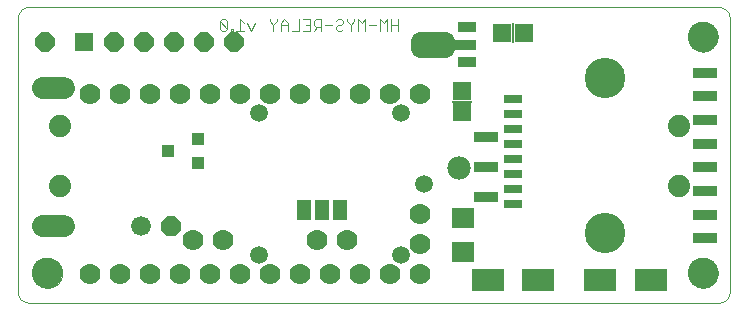
<source format=gbs>
G75*
%MOIN*%
%OFA0B0*%
%FSLAX24Y24*%
%IPPOS*%
%LPD*%
%AMOC8*
5,1,8,0,0,1.08239X$1,22.5*
%
%ADD10C,0.0000*%
%ADD11C,0.0030*%
%ADD12C,0.1024*%
%ADD13OC8,0.0660*%
%ADD14C,0.0660*%
%ADD15R,0.1083X0.0729*%
%ADD16C,0.1350*%
%ADD17C,0.0780*%
%ADD18R,0.0750X0.0670*%
%ADD19R,0.0591X0.0355*%
%ADD20R,0.0788X0.0355*%
%ADD21C,0.0630*%
%ADD22R,0.0680X0.0050*%
%ADD23R,0.0640X0.0640*%
%ADD24R,0.0640X0.0290*%
%ADD25C,0.0594*%
%ADD26C,0.0700*%
%ADD27R,0.0050X0.0680*%
%ADD28C,0.0745*%
%ADD29OC8,0.0640*%
%ADD30R,0.0800X0.0360*%
%ADD31C,0.0740*%
%ADD32C,0.0355*%
%ADD33R,0.0500X0.0670*%
%ADD34R,0.0394X0.0434*%
D10*
X005880Y000515D02*
X005880Y009649D01*
X005879Y009649D02*
X005877Y009686D01*
X005879Y009723D01*
X005884Y009760D01*
X005894Y009796D01*
X005907Y009831D01*
X005924Y009865D01*
X005944Y009896D01*
X005967Y009925D01*
X005994Y009952D01*
X006022Y009976D01*
X006054Y009996D01*
X006087Y010013D01*
X006122Y010027D01*
X006158Y010037D01*
X006195Y010043D01*
X029207Y010043D01*
X029244Y010045D01*
X029281Y010043D01*
X029318Y010038D01*
X029354Y010028D01*
X029389Y010015D01*
X029423Y009998D01*
X029454Y009978D01*
X029483Y009955D01*
X029510Y009928D01*
X029534Y009900D01*
X029554Y009868D01*
X029571Y009835D01*
X029585Y009800D01*
X029595Y009764D01*
X029601Y009727D01*
X029601Y009728D02*
X029601Y000594D01*
X029601Y000593D02*
X029603Y000556D01*
X029601Y000519D01*
X029596Y000482D01*
X029586Y000446D01*
X029573Y000411D01*
X029556Y000377D01*
X029536Y000346D01*
X029513Y000317D01*
X029486Y000290D01*
X029458Y000266D01*
X029426Y000246D01*
X029393Y000229D01*
X029358Y000215D01*
X029322Y000205D01*
X029285Y000199D01*
X029286Y000200D02*
X006274Y000200D01*
X006273Y000199D02*
X006238Y000197D01*
X006203Y000198D01*
X006169Y000203D01*
X006135Y000211D01*
X006102Y000222D01*
X006070Y000237D01*
X006039Y000255D01*
X006011Y000275D01*
X005985Y000298D01*
X005961Y000324D01*
X005940Y000352D01*
X005921Y000382D01*
X005906Y000413D01*
X005894Y000446D01*
X005885Y000480D01*
X005879Y000515D01*
X006372Y001184D02*
X006374Y001228D01*
X006380Y001272D01*
X006390Y001315D01*
X006403Y001357D01*
X006421Y001397D01*
X006442Y001436D01*
X006466Y001473D01*
X006493Y001508D01*
X006524Y001540D01*
X006557Y001569D01*
X006593Y001595D01*
X006631Y001617D01*
X006671Y001636D01*
X006712Y001652D01*
X006755Y001664D01*
X006798Y001672D01*
X006842Y001676D01*
X006886Y001676D01*
X006930Y001672D01*
X006973Y001664D01*
X007016Y001652D01*
X007057Y001636D01*
X007097Y001617D01*
X007135Y001595D01*
X007171Y001569D01*
X007204Y001540D01*
X007235Y001508D01*
X007262Y001473D01*
X007286Y001436D01*
X007307Y001397D01*
X007325Y001357D01*
X007338Y001315D01*
X007348Y001272D01*
X007354Y001228D01*
X007356Y001184D01*
X007354Y001140D01*
X007348Y001096D01*
X007338Y001053D01*
X007325Y001011D01*
X007307Y000971D01*
X007286Y000932D01*
X007262Y000895D01*
X007235Y000860D01*
X007204Y000828D01*
X007171Y000799D01*
X007135Y000773D01*
X007097Y000751D01*
X007057Y000732D01*
X007016Y000716D01*
X006973Y000704D01*
X006930Y000696D01*
X006886Y000692D01*
X006842Y000692D01*
X006798Y000696D01*
X006755Y000704D01*
X006712Y000716D01*
X006671Y000732D01*
X006631Y000751D01*
X006593Y000773D01*
X006557Y000799D01*
X006524Y000828D01*
X006493Y000860D01*
X006466Y000895D01*
X006442Y000932D01*
X006421Y000971D01*
X006403Y001011D01*
X006390Y001053D01*
X006380Y001096D01*
X006374Y001140D01*
X006372Y001184D01*
X006609Y002747D02*
X006611Y002772D01*
X006617Y002796D01*
X006626Y002818D01*
X006639Y002839D01*
X006655Y002858D01*
X006674Y002874D01*
X006695Y002887D01*
X006717Y002896D01*
X006741Y002902D01*
X006766Y002904D01*
X006791Y002902D01*
X006815Y002896D01*
X006837Y002887D01*
X006858Y002874D01*
X006877Y002858D01*
X006893Y002839D01*
X006906Y002818D01*
X006915Y002796D01*
X006921Y002772D01*
X006923Y002747D01*
X006921Y002722D01*
X006915Y002698D01*
X006906Y002676D01*
X006893Y002655D01*
X006877Y002636D01*
X006858Y002620D01*
X006837Y002607D01*
X006815Y002598D01*
X006791Y002592D01*
X006766Y002590D01*
X006741Y002592D01*
X006717Y002598D01*
X006695Y002607D01*
X006674Y002620D01*
X006655Y002636D01*
X006639Y002655D01*
X006626Y002676D01*
X006617Y002698D01*
X006611Y002722D01*
X006609Y002747D01*
X006766Y002747D02*
X006768Y002772D01*
X006774Y002796D01*
X006783Y002818D01*
X006796Y002839D01*
X006812Y002858D01*
X006831Y002874D01*
X006852Y002887D01*
X006874Y002896D01*
X006898Y002902D01*
X006923Y002904D01*
X006948Y002902D01*
X006972Y002896D01*
X006994Y002887D01*
X007015Y002874D01*
X007034Y002858D01*
X007050Y002839D01*
X007063Y002818D01*
X007072Y002796D01*
X007078Y002772D01*
X007080Y002747D01*
X007078Y002722D01*
X007072Y002698D01*
X007063Y002676D01*
X007050Y002655D01*
X007034Y002636D01*
X007015Y002620D01*
X006994Y002607D01*
X006972Y002598D01*
X006948Y002592D01*
X006923Y002590D01*
X006898Y002592D01*
X006874Y002598D01*
X006852Y002607D01*
X006831Y002620D01*
X006812Y002636D01*
X006796Y002655D01*
X006783Y002676D01*
X006774Y002698D01*
X006768Y002722D01*
X006766Y002747D01*
X007081Y002747D02*
X007083Y002772D01*
X007089Y002796D01*
X007098Y002818D01*
X007111Y002839D01*
X007127Y002858D01*
X007146Y002874D01*
X007167Y002887D01*
X007189Y002896D01*
X007213Y002902D01*
X007238Y002904D01*
X007263Y002902D01*
X007287Y002896D01*
X007309Y002887D01*
X007330Y002874D01*
X007349Y002858D01*
X007365Y002839D01*
X007378Y002818D01*
X007387Y002796D01*
X007393Y002772D01*
X007395Y002747D01*
X007393Y002722D01*
X007387Y002698D01*
X007378Y002676D01*
X007365Y002655D01*
X007349Y002636D01*
X007330Y002620D01*
X007309Y002607D01*
X007287Y002598D01*
X007263Y002592D01*
X007238Y002590D01*
X007213Y002592D01*
X007189Y002598D01*
X007167Y002607D01*
X007146Y002620D01*
X007127Y002636D01*
X007111Y002655D01*
X007098Y002676D01*
X007089Y002698D01*
X007083Y002722D01*
X007081Y002747D01*
X007239Y002747D02*
X007241Y002772D01*
X007247Y002796D01*
X007256Y002818D01*
X007269Y002839D01*
X007285Y002858D01*
X007304Y002874D01*
X007325Y002887D01*
X007347Y002896D01*
X007371Y002902D01*
X007396Y002904D01*
X007421Y002902D01*
X007445Y002896D01*
X007467Y002887D01*
X007488Y002874D01*
X007507Y002858D01*
X007523Y002839D01*
X007536Y002818D01*
X007545Y002796D01*
X007551Y002772D01*
X007553Y002747D01*
X007551Y002722D01*
X007545Y002698D01*
X007536Y002676D01*
X007523Y002655D01*
X007507Y002636D01*
X007488Y002620D01*
X007467Y002607D01*
X007445Y002598D01*
X007421Y002592D01*
X007396Y002590D01*
X007371Y002592D01*
X007347Y002598D01*
X007325Y002607D01*
X007304Y002620D01*
X007285Y002636D01*
X007269Y002655D01*
X007256Y002676D01*
X007247Y002698D01*
X007241Y002722D01*
X007239Y002747D01*
X007081Y007353D02*
X007083Y007378D01*
X007089Y007402D01*
X007098Y007424D01*
X007111Y007445D01*
X007127Y007464D01*
X007146Y007480D01*
X007167Y007493D01*
X007189Y007502D01*
X007213Y007508D01*
X007238Y007510D01*
X007263Y007508D01*
X007287Y007502D01*
X007309Y007493D01*
X007330Y007480D01*
X007349Y007464D01*
X007365Y007445D01*
X007378Y007424D01*
X007387Y007402D01*
X007393Y007378D01*
X007395Y007353D01*
X007393Y007328D01*
X007387Y007304D01*
X007378Y007282D01*
X007365Y007261D01*
X007349Y007242D01*
X007330Y007226D01*
X007309Y007213D01*
X007287Y007204D01*
X007263Y007198D01*
X007238Y007196D01*
X007213Y007198D01*
X007189Y007204D01*
X007167Y007213D01*
X007146Y007226D01*
X007127Y007242D01*
X007111Y007261D01*
X007098Y007282D01*
X007089Y007304D01*
X007083Y007328D01*
X007081Y007353D01*
X006766Y007353D02*
X006768Y007378D01*
X006774Y007402D01*
X006783Y007424D01*
X006796Y007445D01*
X006812Y007464D01*
X006831Y007480D01*
X006852Y007493D01*
X006874Y007502D01*
X006898Y007508D01*
X006923Y007510D01*
X006948Y007508D01*
X006972Y007502D01*
X006994Y007493D01*
X007015Y007480D01*
X007034Y007464D01*
X007050Y007445D01*
X007063Y007424D01*
X007072Y007402D01*
X007078Y007378D01*
X007080Y007353D01*
X007078Y007328D01*
X007072Y007304D01*
X007063Y007282D01*
X007050Y007261D01*
X007034Y007242D01*
X007015Y007226D01*
X006994Y007213D01*
X006972Y007204D01*
X006948Y007198D01*
X006923Y007196D01*
X006898Y007198D01*
X006874Y007204D01*
X006852Y007213D01*
X006831Y007226D01*
X006812Y007242D01*
X006796Y007261D01*
X006783Y007282D01*
X006774Y007304D01*
X006768Y007328D01*
X006766Y007353D01*
X006609Y007353D02*
X006611Y007378D01*
X006617Y007402D01*
X006626Y007424D01*
X006639Y007445D01*
X006655Y007464D01*
X006674Y007480D01*
X006695Y007493D01*
X006717Y007502D01*
X006741Y007508D01*
X006766Y007510D01*
X006791Y007508D01*
X006815Y007502D01*
X006837Y007493D01*
X006858Y007480D01*
X006877Y007464D01*
X006893Y007445D01*
X006906Y007424D01*
X006915Y007402D01*
X006921Y007378D01*
X006923Y007353D01*
X006921Y007328D01*
X006915Y007304D01*
X006906Y007282D01*
X006893Y007261D01*
X006877Y007242D01*
X006858Y007226D01*
X006837Y007213D01*
X006815Y007204D01*
X006791Y007198D01*
X006766Y007196D01*
X006741Y007198D01*
X006717Y007204D01*
X006695Y007213D01*
X006674Y007226D01*
X006655Y007242D01*
X006639Y007261D01*
X006626Y007282D01*
X006617Y007304D01*
X006611Y007328D01*
X006609Y007353D01*
X007239Y007353D02*
X007241Y007378D01*
X007247Y007402D01*
X007256Y007424D01*
X007269Y007445D01*
X007285Y007464D01*
X007304Y007480D01*
X007325Y007493D01*
X007347Y007502D01*
X007371Y007508D01*
X007396Y007510D01*
X007421Y007508D01*
X007445Y007502D01*
X007467Y007493D01*
X007488Y007480D01*
X007507Y007464D01*
X007523Y007445D01*
X007536Y007424D01*
X007545Y007402D01*
X007551Y007378D01*
X007553Y007353D01*
X007551Y007328D01*
X007545Y007304D01*
X007536Y007282D01*
X007523Y007261D01*
X007507Y007242D01*
X007488Y007226D01*
X007467Y007213D01*
X007445Y007204D01*
X007421Y007198D01*
X007396Y007196D01*
X007371Y007198D01*
X007347Y007204D01*
X007325Y007213D01*
X007304Y007226D01*
X007285Y007242D01*
X007269Y007261D01*
X007256Y007282D01*
X007247Y007304D01*
X007241Y007328D01*
X007239Y007353D01*
X028223Y009058D02*
X028225Y009102D01*
X028231Y009146D01*
X028241Y009189D01*
X028254Y009231D01*
X028272Y009271D01*
X028293Y009310D01*
X028317Y009347D01*
X028344Y009382D01*
X028375Y009414D01*
X028408Y009443D01*
X028444Y009469D01*
X028482Y009491D01*
X028522Y009510D01*
X028563Y009526D01*
X028606Y009538D01*
X028649Y009546D01*
X028693Y009550D01*
X028737Y009550D01*
X028781Y009546D01*
X028824Y009538D01*
X028867Y009526D01*
X028908Y009510D01*
X028948Y009491D01*
X028986Y009469D01*
X029022Y009443D01*
X029055Y009414D01*
X029086Y009382D01*
X029113Y009347D01*
X029137Y009310D01*
X029158Y009271D01*
X029176Y009231D01*
X029189Y009189D01*
X029199Y009146D01*
X029205Y009102D01*
X029207Y009058D01*
X029205Y009014D01*
X029199Y008970D01*
X029189Y008927D01*
X029176Y008885D01*
X029158Y008845D01*
X029137Y008806D01*
X029113Y008769D01*
X029086Y008734D01*
X029055Y008702D01*
X029022Y008673D01*
X028986Y008647D01*
X028948Y008625D01*
X028908Y008606D01*
X028867Y008590D01*
X028824Y008578D01*
X028781Y008570D01*
X028737Y008566D01*
X028693Y008566D01*
X028649Y008570D01*
X028606Y008578D01*
X028563Y008590D01*
X028522Y008606D01*
X028482Y008625D01*
X028444Y008647D01*
X028408Y008673D01*
X028375Y008702D01*
X028344Y008734D01*
X028317Y008769D01*
X028293Y008806D01*
X028272Y008845D01*
X028254Y008885D01*
X028241Y008927D01*
X028231Y008970D01*
X028225Y009014D01*
X028223Y009058D01*
X028223Y001184D02*
X028225Y001228D01*
X028231Y001272D01*
X028241Y001315D01*
X028254Y001357D01*
X028272Y001397D01*
X028293Y001436D01*
X028317Y001473D01*
X028344Y001508D01*
X028375Y001540D01*
X028408Y001569D01*
X028444Y001595D01*
X028482Y001617D01*
X028522Y001636D01*
X028563Y001652D01*
X028606Y001664D01*
X028649Y001672D01*
X028693Y001676D01*
X028737Y001676D01*
X028781Y001672D01*
X028824Y001664D01*
X028867Y001652D01*
X028908Y001636D01*
X028948Y001617D01*
X028986Y001595D01*
X029022Y001569D01*
X029055Y001540D01*
X029086Y001508D01*
X029113Y001473D01*
X029137Y001436D01*
X029158Y001397D01*
X029176Y001357D01*
X029189Y001315D01*
X029199Y001272D01*
X029205Y001228D01*
X029207Y001184D01*
X029205Y001140D01*
X029199Y001096D01*
X029189Y001053D01*
X029176Y001011D01*
X029158Y000971D01*
X029137Y000932D01*
X029113Y000895D01*
X029086Y000860D01*
X029055Y000828D01*
X029022Y000799D01*
X028986Y000773D01*
X028948Y000751D01*
X028908Y000732D01*
X028867Y000716D01*
X028824Y000704D01*
X028781Y000696D01*
X028737Y000692D01*
X028693Y000692D01*
X028649Y000696D01*
X028606Y000704D01*
X028563Y000716D01*
X028522Y000732D01*
X028482Y000751D01*
X028444Y000773D01*
X028408Y000799D01*
X028375Y000828D01*
X028344Y000860D01*
X028317Y000895D01*
X028293Y000932D01*
X028272Y000971D01*
X028254Y001011D01*
X028241Y001053D01*
X028231Y001096D01*
X028225Y001140D01*
X028223Y001184D01*
D11*
X018565Y009265D02*
X018565Y009635D01*
X018565Y009450D02*
X018318Y009450D01*
X018318Y009635D02*
X018318Y009265D01*
X018197Y009265D02*
X018197Y009635D01*
X018073Y009512D01*
X017950Y009635D01*
X017950Y009265D01*
X017829Y009450D02*
X017582Y009450D01*
X017460Y009265D02*
X017460Y009635D01*
X017337Y009512D01*
X017213Y009635D01*
X017213Y009265D01*
X016968Y009265D02*
X016968Y009450D01*
X016845Y009574D01*
X016845Y009635D01*
X016724Y009574D02*
X016724Y009512D01*
X016662Y009450D01*
X016538Y009450D01*
X016477Y009388D01*
X016477Y009327D01*
X016538Y009265D01*
X016662Y009265D01*
X016724Y009327D01*
X016968Y009450D02*
X017092Y009574D01*
X017092Y009635D01*
X016724Y009574D02*
X016662Y009635D01*
X016538Y009635D01*
X016477Y009574D01*
X016355Y009450D02*
X016108Y009450D01*
X015987Y009388D02*
X015802Y009388D01*
X015740Y009450D01*
X015740Y009574D01*
X015802Y009635D01*
X015987Y009635D01*
X015987Y009265D01*
X015864Y009388D02*
X015740Y009265D01*
X015619Y009265D02*
X015372Y009265D01*
X015250Y009265D02*
X015003Y009265D01*
X014882Y009265D02*
X014882Y009512D01*
X014759Y009635D01*
X014635Y009512D01*
X014635Y009265D01*
X014390Y009265D02*
X014390Y009450D01*
X014267Y009574D01*
X014267Y009635D01*
X014390Y009450D02*
X014514Y009574D01*
X014514Y009635D01*
X014635Y009450D02*
X014882Y009450D01*
X015250Y009635D02*
X015250Y009265D01*
X015495Y009450D02*
X015619Y009450D01*
X015619Y009635D02*
X015619Y009265D01*
X015619Y009635D02*
X015372Y009635D01*
X013777Y009512D02*
X013654Y009265D01*
X013530Y009512D01*
X013409Y009512D02*
X013285Y009635D01*
X013285Y009265D01*
X013162Y009265D02*
X013409Y009265D01*
X013040Y009265D02*
X013040Y009327D01*
X012979Y009327D01*
X012979Y009265D01*
X013040Y009265D01*
X012856Y009327D02*
X012609Y009574D01*
X012609Y009327D01*
X012671Y009265D01*
X012795Y009265D01*
X012856Y009327D01*
X012856Y009574D01*
X012795Y009635D01*
X012671Y009635D01*
X012609Y009574D01*
D12*
X028715Y009058D03*
X028715Y001184D03*
X006864Y001184D03*
D13*
X010980Y002750D03*
D14*
X009980Y002750D03*
D15*
X021534Y000950D03*
X023227Y000950D03*
X025284Y000950D03*
X026977Y000950D03*
D16*
X025449Y002515D03*
X025449Y007685D03*
D17*
X020580Y004700D03*
D18*
X020730Y003012D03*
X020730Y001888D03*
D19*
X020860Y008210D03*
X020860Y009390D03*
D20*
X020760Y008800D03*
D21*
X019287Y008695D02*
X019287Y008905D01*
X020133Y008905D01*
X020133Y008695D01*
X019287Y008695D01*
D22*
X020680Y006900D03*
D23*
X020680Y006535D03*
X020680Y007265D03*
X022015Y009200D03*
X022745Y009200D03*
X008080Y008900D03*
D24*
X022385Y006980D03*
X022385Y006480D03*
X022385Y005980D03*
X022385Y005480D03*
X022385Y004980D03*
X022385Y004480D03*
X022385Y003980D03*
X022385Y003480D03*
D25*
X019430Y004147D03*
X018642Y001785D03*
X013918Y001785D03*
X013918Y006509D03*
X018642Y006509D03*
D26*
X018280Y007150D03*
X017280Y007150D03*
X016280Y007150D03*
X015280Y007150D03*
X014280Y007150D03*
X013280Y007150D03*
X012280Y007150D03*
X011280Y007150D03*
X010280Y007150D03*
X009280Y007150D03*
X008280Y007150D03*
X019280Y007150D03*
X019280Y003150D03*
X019280Y002150D03*
X019280Y001150D03*
X018280Y001150D03*
X017280Y001150D03*
X016280Y001150D03*
X015280Y001150D03*
X014280Y001150D03*
X013280Y001150D03*
X012280Y001150D03*
X011280Y001150D03*
X010280Y001150D03*
X009280Y001150D03*
X008280Y001150D03*
X011718Y002275D03*
X012718Y002275D03*
X015843Y002275D03*
X016843Y002275D03*
D27*
X022380Y009200D03*
D28*
X027930Y006100D03*
X027930Y004100D03*
X007280Y004100D03*
X007280Y006100D03*
D29*
X006780Y008900D03*
X009080Y008900D03*
X010080Y008900D03*
X011080Y008900D03*
X012080Y008900D03*
X013080Y008900D03*
D30*
X021480Y005725D03*
X021480Y004725D03*
X021480Y003725D03*
X028780Y003919D03*
X028780Y003131D03*
X028780Y002344D03*
X028780Y004706D03*
X028780Y005494D03*
X028780Y006281D03*
X028780Y007069D03*
X028780Y007856D03*
D31*
X007431Y007353D02*
X006731Y007353D01*
X006731Y002747D02*
X007431Y002747D01*
D32*
X007396Y002747D03*
X007238Y002747D03*
X006923Y002747D03*
X006766Y002747D03*
X006766Y007353D03*
X006923Y007353D03*
X007238Y007353D03*
X007396Y007353D03*
D33*
X015430Y003300D03*
X016030Y003300D03*
X016630Y003300D03*
D34*
X011892Y004856D03*
X010868Y005250D03*
X011892Y005644D03*
M02*

</source>
